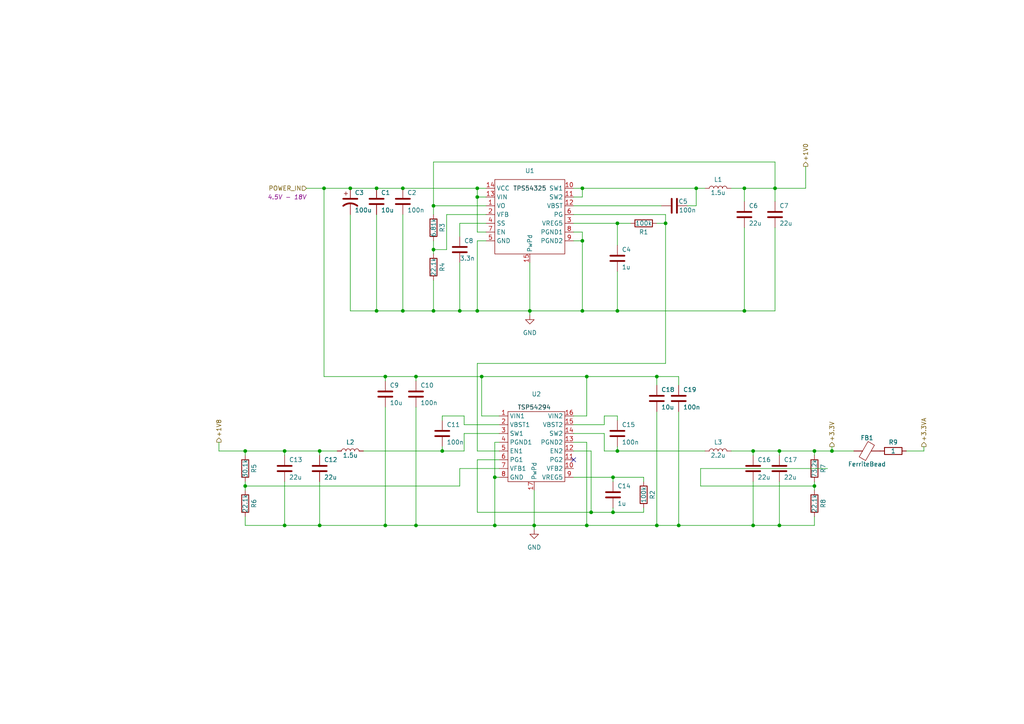
<source format=kicad_sch>
(kicad_sch (version 20230121) (generator eeschema)
  (paper "A4")
  (title_block (title "Power Supply Unit") (date "2023-09-11") (rev "0"))
  (lib_symbols
    (symbol "Device:C" (pin_numbers hide) (pin_names (offset 0.254))
      (property "Reference" "C" (at 0.635 2.54 0))
      (property "Value" "C" (at 0.635 -2.54 0))
      (symbol "C_0_1"
        (polyline (pts (xy -2.032 -0.762) (xy 2.032 -0.762)) (stroke (width 0.508)))
        (polyline (pts (xy -2.032 0.762) (xy 2.032 0.762)) (stroke (width 0.508)))
      )
      (symbol "C_1_1"
        (pin passive line (at 0 3.81 270) (length 2.794) (name "~") (number "1"))
        (pin passive line (at 0 -3.81 90) (length 2.794) (name "~") (number "2"))
      )
    )
    (symbol "Device:C_Polarized_US" (pin_numbers hide) (pin_names (offset 0.254) hide)
      (property "Reference" "C" (at 0.635 2.54 0))
      (property "Value" "C_Polarized_US" (at 0.635 -2.54 0))
      (symbol "C_Polarized_US_0_1"
        (polyline (pts (xy -2.032 0.762) (xy 2.032 0.762)) (stroke (width 0.508)))
        (polyline (pts (xy -1.778 2.286) (xy -0.762 2.286)))
        (polyline (pts (xy -1.27 1.778) (xy -1.27 2.794)))
        (arc (start 2.032 -1.27) (mid 0 -0.5572) (end -2.032 -1.27) (stroke (width 0.508)))
      )
      (symbol "C_Polarized_US_1_1"
        (pin passive line (at 0 3.81 270) (length 2.794) (name "~") (number "1"))
        (pin passive line (at 0 -3.81 90) (length 3.302) (name "~") (number "2"))
      )
    )
    (symbol "Device:FerriteBead" (pin_numbers hide) (pin_names (offset 0))
      (property "Reference" "FB" (at -3.81 0.635 90))
      (property "Value" "FerriteBead" (at 3.81 0 90))
      (symbol "FerriteBead_0_1"
        (polyline (pts (xy 0 -1.27) (xy 0 -1.2192)))
        (polyline (pts (xy 0 1.27) (xy 0 1.2954)))
        (polyline (pts (xy -2.7686 0.4064) (xy -1.7018 2.2606) (xy 2.7686 -0.3048) (xy 1.6764 -2.159) (xy -2.7686 0.4064)))
      )
      (symbol "FerriteBead_1_1"
        (pin passive line (at 0 3.81 270) (length 2.54) (name "~") (number "1"))
        (pin passive line (at 0 -3.81 90) (length 2.54) (name "~") (number "2"))
      )
    )
    (symbol "Device:L" (pin_numbers hide) (pin_names (offset 1.016) hide)
      (property "Reference" "L" (at -1.27 0 90))
      (property "Value" "L" (at 1.905 0 90))
      (symbol "L_0_1"
        (arc (start 0 -2.54) (mid 0.6323 -1.905) (end 0 -1.27))
        (arc (start 0 -1.27) (mid 0.6323 -0.635) (end 0 0))
        (arc (start 0 0) (mid 0.6323 0.635) (end 0 1.27))
        (arc (start 0 1.27) (mid 0.6323 1.905) (end 0 2.54))
      )
      (symbol "L_1_1"
        (pin passive line (at 0 3.81 270) (length 1.27) (name "1") (number "1"))
        (pin passive line (at 0 -3.81 90) (length 1.27) (name "2") (number "2"))
      )
    )
    (symbol "Device:R" (pin_numbers hide) (pin_names (offset 0))
      (property "Reference" "R" (at 2.032 0 90))
      (property "Value" "R" (at 0 0 90))
      (symbol "R_0_1"
        (rectangle (start -1.016 -2.54) (end 1.016 2.54) (stroke (width 0.254)))
      )
      (symbol "R_1_1"
        (pin passive line (at 0 3.81 270) (length 1.27) (name "~") (number "1"))
        (pin passive line (at 0 -3.81 90) (length 1.27) (name "~") (number "2"))
      )
    )
    (symbol "GuitarZero:TPS54294"
      (property "Reference" "U" (at 0 13.97 0))
      (symbol "TPS54294_0_1"
        (rectangle (start -7.62 10.16) (end 8.89 -10.16))
      )
      (symbol "TPS54294_1_1"
        (text "TSP54294" (at 0 11.43 0) (effects (font (size 1.27 1.27))))
        (pin power_in line (at -10.16 8.89 0) (length 2.54) (name "VIN1") (number "1"))
        (pin input line (at 11.43 -6.35 180) (length 2.54) (name "VFB2") (number "10"))
        (pin output line (at 11.43 -3.81 180) (length 2.54) (name "PG2") (number "11"))
        (pin input line (at 11.43 -1.27 180) (length 2.54) (name "EN2") (number "12"))
        (pin bidirectional line (at 11.43 1.27 180) (length 2.54) (name "PGND2") (number "13"))
        (pin bidirectional line (at 11.43 3.81 180) (length 2.54) (name "SW2") (number "14"))
        (pin input line (at 11.43 6.35 180) (length 2.54) (name "VBST2") (number "15"))
        (pin power_in line (at 11.43 8.89 180) (length 2.54) (name "VIN2") (number "16"))
        (pin passive line (at 0 -12.7 90) (length 2.54) (name "PwPd") (number "17"))
        (pin input line (at -10.16 6.35 0) (length 2.54) (name "VBST1") (number "2"))
        (pin bidirectional line (at -10.16 3.81 0) (length 2.54) (name "SW1") (number "3"))
        (pin bidirectional line (at -10.16 1.27 0) (length 2.54) (name "PGND1") (number "4"))
        (pin input line (at -10.16 -1.27 0) (length 2.54) (name "EN1") (number "5"))
        (pin output line (at -10.16 -3.81 0) (length 2.54) (name "PG1") (number "6"))
        (pin input line (at -10.16 -6.35 0) (length 2.54) (name "VFB1") (number "7"))
        (pin power_in line (at -10.16 -8.89 0) (length 2.54) (name "GND") (number "8"))
        (pin power_out line (at 11.43 -8.89 180) (length 2.54) (name "VREG5") (number "9"))
      )
    )
    (symbol "GuitarZero:TPS54325"
      (property "Reference" "U" (at 0 11.43 0))
      (symbol "TPS54325_0_1"
        (rectangle (start -10.16 10.16) (end 10.16 -11.43))
      )
      (symbol "TPS54325_1_1"
        (text "TPS54325" (at 0 7.62 0) (effects (font (size 1.27 1.27))))
        (pin input line (at -12.7 2.54 0) (length 2.54) (name "VO") (number "1"))
        (pin power_out line (at 12.7 7.62 180) (length 2.54) (name "SW1") (number "10"))
        (pin passive line (at 12.7 5.08 180) (length 2.54) (name "SW2") (number "11"))
        (pin output line (at 12.7 2.54 180) (length 2.54) (name "VBST") (number "12"))
        (pin power_in line (at -12.7 5.08 0) (length 2.54) (name "VIN") (number "13"))
        (pin power_in line (at -12.7 7.62 0) (length 2.54) (name "VCC") (number "14"))
        (pin passive line (at 0 -13.97 90) (length 2.54) (name "PwPd") (number "15"))
        (pin input line (at -12.7 0 0) (length 2.54) (name "VFB") (number "2"))
        (pin output line (at 12.7 -2.54 180) (length 2.54) (name "VREG5") (number "3"))
        (pin input line (at -12.7 -2.54 0) (length 2.54) (name "SS") (number "4"))
        (pin power_in line (at -12.7 -7.62 0) (length 2.54) (name "GND") (number "5"))
        (pin output line (at 12.7 0 180) (length 2.54) (name "PG") (number "6"))
        (pin power_in line (at -12.7 -5.08 0) (length 2.54) (name "EN") (number "7"))
        (pin passive line (at 12.7 -5.08 180) (length 2.54) (name "PGND1") (number "8"))
        (pin passive line (at 12.7 -7.62 180) (length 2.54) (name "PGND2") (number "9"))
      )
    )
    (symbol "power:GND" (power) (pin_names (offset 0))
      (property "Value" "GND" (at 0 -3.81 0))
      (symbol "GND_0_1"
        (polyline (pts (xy 0 0) (xy 0 -1.27) (xy 1.27 -1.27) (xy 0 -2.54) (xy -1.27 -1.27) (xy 0 -1.27)))
      )
      (symbol "GND_1_1"
        (pin power_in line (at 0 0 270) (length 0) hide (name "GND") (number "1"))
      )
    )
  )
  (junction (at 201.93 54.61))
  (junction (at 71.12 130.81))
  (junction (at 177.8 148.59))
  (junction (at 82.55 152.4))
  (junction (at 101.6 54.61))
  (junction (at 116.84 54.61))
  (junction (at 92.71 152.4))
  (junction (at 226.06 130.81))
  (junction (at 120.65 152.4))
  (junction (at 168.91 90.17))
  (junction (at 190.5 109.22))
  (junction (at 241.3 130.81))
  (junction (at 71.12 140.97))
  (junction (at 138.43 54.61))
  (junction (at 170.18 109.22))
  (junction (at 215.9 54.61))
  (junction (at 171.45 148.59))
  (junction (at 133.35 90.17))
  (junction (at 143.51 138.43))
  (junction (at 120.65 109.22))
  (junction (at 190.5 152.4))
  (junction (at 82.55 130.81))
  (junction (at 179.07 64.77))
  (junction (at 177.8 138.43))
  (junction (at 154.94 152.4))
  (junction (at 111.76 152.4))
  (junction (at 168.91 54.61))
  (junction (at 218.44 152.4))
  (junction (at 125.73 90.17))
  (junction (at 236.22 130.81))
  (junction (at 170.18 152.4))
  (junction (at 215.9 90.17))
  (junction (at 179.07 90.17))
  (junction (at 109.22 90.17))
  (junction (at 196.85 152.4))
  (junction (at 236.22 140.97))
  (junction (at 125.73 72.39))
  (junction (at 143.51 152.4))
  (junction (at 125.73 59.69))
  (junction (at 92.71 130.81))
  (junction (at 93.98 54.61))
  (junction (at 193.04 64.77))
  (junction (at 168.91 69.85))
  (junction (at 111.76 109.22))
  (junction (at 226.06 152.4))
  (junction (at 116.84 90.17))
  (junction (at 138.43 90.17))
  (junction (at 138.43 57.15))
  (junction (at 109.22 54.61))
  (junction (at 224.79 54.61))
  (junction (at 128.27 130.81))
  (junction (at 218.44 130.81))
  (junction (at 153.67 90.17))
  (junction (at 179.07 130.81))
  (junction (at 139.7 109.22))
  (no_connect (at 166.37 133.35))
  (wire (pts (xy 120.65 109.22) (xy 120.65 110.49)))
  (wire (pts (xy 168.91 67.31) (xy 168.91 69.85)))
  (wire (pts (xy 175.26 120.65) (xy 179.07 120.65)))
  (wire (pts (xy 134.62 120.65) (xy 128.27 120.65)))
  (wire (pts (xy 171.45 148.59) (xy 138.43 148.59)))
  (wire (pts (xy 109.22 90.17) (xy 101.6 90.17)))
  (wire (pts (xy 224.79 90.17) (xy 224.79 66.04)))
  (wire (pts (xy 140.97 64.77) (xy 133.35 64.77)))
  (wire (pts (xy 125.73 46.99) (xy 224.79 46.99)))
  (wire (pts (xy 128.27 130.81) (xy 128.27 129.54)))
  (wire (pts (xy 71.12 139.7) (xy 71.12 140.97)))
  (wire (pts (xy 129.54 72.39) (xy 125.73 72.39)))
  (wire (pts (xy 262.89 130.81) (xy 267.97 130.81)))
  (wire (pts (xy 166.37 69.85) (xy 168.91 69.85)))
  (wire (pts (xy 236.22 139.7) (xy 236.22 140.97)))
  (wire (pts (xy 120.65 118.11) (xy 120.65 152.4)))
  (wire (pts (xy 125.73 59.69) (xy 125.73 46.99)))
  (wire (pts (xy 138.43 57.15) (xy 140.97 57.15)))
  (wire (pts (xy 190.5 109.22) (xy 196.85 109.22)))
  (wire (pts (xy 120.65 152.4) (xy 143.51 152.4)))
  (wire (pts (xy 120.65 109.22) (xy 139.7 109.22)))
  (wire (pts (xy 133.35 140.97) (xy 133.35 135.89)))
  (wire (pts (xy 190.5 109.22) (xy 190.5 111.76)))
  (wire (pts (xy 215.9 54.61) (xy 224.79 54.61)))
  (wire (pts (xy 128.27 130.81) (xy 134.62 130.81)))
  (wire (pts (xy 218.44 130.81) (xy 218.44 132.08)))
  (wire (pts (xy 134.62 125.73) (xy 134.62 130.81)))
  (wire (pts (xy 190.5 152.4) (xy 196.85 152.4)))
  (wire (pts (xy 179.07 78.74) (xy 179.07 90.17)))
  (wire (pts (xy 88.9 54.61) (xy 93.98 54.61)))
  (wire (pts (xy 71.12 149.86) (xy 71.12 152.4)))
  (wire (pts (xy 153.67 90.17) (xy 168.91 90.17)))
  (wire (pts (xy 82.55 152.4) (xy 92.71 152.4)))
  (wire (pts (xy 201.93 54.61) (xy 201.93 59.69)))
  (wire (pts (xy 171.45 130.81) (xy 171.45 148.59)))
  (wire (pts (xy 138.43 67.31) (xy 140.97 67.31)))
  (wire (pts (xy 186.69 147.32) (xy 186.69 148.59)))
  (wire (pts (xy 125.73 90.17) (xy 116.84 90.17)))
  (wire (pts (xy 166.37 120.65) (xy 170.18 120.65)))
  (wire (pts (xy 196.85 152.4) (xy 218.44 152.4)))
  (wire (pts (xy 226.06 152.4) (xy 236.22 152.4)))
  (wire (pts (xy 186.69 138.43) (xy 186.69 139.7)))
  (wire (pts (xy 105.41 130.81) (xy 128.27 130.81)))
  (wire (pts (xy 71.12 140.97) (xy 71.12 142.24)))
  (wire (pts (xy 215.9 54.61) (xy 215.9 58.42)))
  (wire (pts (xy 236.22 130.81) (xy 241.3 130.81)))
  (wire (pts (xy 179.07 90.17) (xy 215.9 90.17)))
  (wire (pts (xy 71.12 130.81) (xy 82.55 130.81)))
  (wire (pts (xy 138.43 148.59) (xy 138.43 133.35)))
  (wire (pts (xy 168.91 90.17) (xy 179.07 90.17)))
  (wire (pts (xy 170.18 120.65) (xy 170.18 109.22)))
  (wire (pts (xy 170.18 128.27) (xy 170.18 152.4)))
  (wire (pts (xy 236.22 130.81) (xy 236.22 132.08)))
  (wire (pts (xy 224.79 54.61) (xy 224.79 58.42)))
  (wire (pts (xy 212.09 54.61) (xy 215.9 54.61)))
  (wire (pts (xy 133.35 135.89) (xy 144.78 135.89)))
  (wire (pts (xy 179.07 64.77) (xy 179.07 71.12)))
  (wire (pts (xy 179.07 64.77) (xy 182.88 64.77)))
  (wire (pts (xy 125.73 81.28) (xy 125.73 90.17)))
  (wire (pts (xy 218.44 130.81) (xy 226.06 130.81)))
  (wire (pts (xy 129.54 62.23) (xy 129.54 72.39)))
  (wire (pts (xy 133.35 76.2) (xy 133.35 90.17)))
  (wire (pts (xy 109.22 62.23) (xy 109.22 90.17)))
  (wire (pts (xy 166.37 57.15) (xy 168.91 57.15)))
  (wire (pts (xy 177.8 138.43) (xy 177.8 139.7)))
  (wire (pts (xy 236.22 140.97) (xy 236.22 142.24)))
  (wire (pts (xy 143.51 138.43) (xy 143.51 152.4)))
  (wire (pts (xy 144.78 128.27) (xy 143.51 128.27)))
  (wire (pts (xy 111.76 118.11) (xy 111.76 152.4)))
  (wire (pts (xy 170.18 152.4) (xy 190.5 152.4)))
  (wire (pts (xy 82.55 139.7) (xy 82.55 152.4)))
  (wire (pts (xy 109.22 54.61) (xy 116.84 54.61)))
  (wire (pts (xy 177.8 147.32) (xy 177.8 148.59)))
  (wire (pts (xy 241.3 129.54) (xy 241.3 130.81)))
  (wire (pts (xy 140.97 59.69) (xy 125.73 59.69)))
  (wire (pts (xy 201.93 59.69) (xy 199.39 59.69)))
  (wire (pts (xy 140.97 69.85) (xy 138.43 69.85)))
  (wire (pts (xy 226.06 130.81) (xy 236.22 130.81)))
  (wire (pts (xy 144.78 123.19) (xy 134.62 123.19)))
  (wire (pts (xy 190.5 119.38) (xy 190.5 152.4)))
  (wire (pts (xy 236.22 149.86) (xy 236.22 152.4)))
  (wire (pts (xy 166.37 67.31) (xy 168.91 67.31)))
  (wire (pts (xy 224.79 46.99) (xy 224.79 54.61)))
  (wire (pts (xy 92.71 130.81) (xy 97.79 130.81)))
  (wire (pts (xy 125.73 59.69) (xy 125.73 62.23)))
  (wire (pts (xy 138.43 57.15) (xy 138.43 67.31)))
  (wire (pts (xy 201.93 54.61) (xy 204.47 54.61)))
  (wire (pts (xy 166.37 64.77) (xy 179.07 64.77)))
  (wire (pts (xy 144.78 120.65) (xy 139.7 120.65)))
  (wire (pts (xy 92.71 130.81) (xy 92.71 132.08)))
  (wire (pts (xy 166.37 130.81) (xy 171.45 130.81)))
  (wire (pts (xy 154.94 142.24) (xy 154.94 152.4)))
  (wire (pts (xy 177.8 148.59) (xy 186.69 148.59)))
  (wire (pts (xy 153.67 91.44) (xy 153.67 90.17)))
  (wire (pts (xy 170.18 109.22) (xy 190.5 109.22)))
  (wire (pts (xy 166.37 138.43) (xy 177.8 138.43)))
  (wire (pts (xy 116.84 62.23) (xy 116.84 90.17)))
  (wire (pts (xy 125.73 72.39) (xy 125.73 73.66)))
  (wire (pts (xy 93.98 54.61) (xy 93.98 109.22)))
  (wire (pts (xy 116.84 90.17) (xy 109.22 90.17)))
  (wire (pts (xy 138.43 90.17) (xy 133.35 90.17)))
  (wire (pts (xy 166.37 54.61) (xy 168.91 54.61)))
  (wire (pts (xy 166.37 128.27) (xy 170.18 128.27)))
  (wire (pts (xy 111.76 109.22) (xy 120.65 109.22)))
  (wire (pts (xy 179.07 120.65) (xy 179.07 121.92)))
  (wire (pts (xy 139.7 109.22) (xy 170.18 109.22)))
  (wire (pts (xy 63.5 130.81) (xy 63.5 128.27)))
  (wire (pts (xy 82.55 130.81) (xy 82.55 132.08)))
  (wire (pts (xy 168.91 54.61) (xy 201.93 54.61)))
  (wire (pts (xy 125.73 69.85) (xy 125.73 72.39)))
  (wire (pts (xy 138.43 105.41) (xy 138.43 130.81)))
  (wire (pts (xy 166.37 62.23) (xy 193.04 62.23)))
  (wire (pts (xy 101.6 90.17) (xy 101.6 62.23)))
  (wire (pts (xy 226.06 139.7) (xy 226.06 152.4)))
  (wire (pts (xy 203.2 140.97) (xy 203.2 135.89)))
  (wire (pts (xy 166.37 123.19) (xy 175.26 123.19)))
  (wire (pts (xy 63.5 130.81) (xy 71.12 130.81)))
  (wire (pts (xy 218.44 152.4) (xy 226.06 152.4)))
  (wire (pts (xy 71.12 152.4) (xy 82.55 152.4)))
  (wire (pts (xy 138.43 130.81) (xy 144.78 130.81)))
  (wire (pts (xy 92.71 139.7) (xy 92.71 152.4)))
  (wire (pts (xy 93.98 109.22) (xy 111.76 109.22)))
  (wire (pts (xy 267.97 129.54) (xy 267.97 130.81)))
  (wire (pts (xy 166.37 125.73) (xy 175.26 125.73)))
  (wire (pts (xy 175.26 130.81) (xy 179.07 130.81)))
  (wire (pts (xy 179.07 130.81) (xy 204.47 130.81)))
  (wire (pts (xy 226.06 130.81) (xy 226.06 132.08)))
  (wire (pts (xy 128.27 120.65) (xy 128.27 121.92)))
  (wire (pts (xy 154.94 153.67) (xy 154.94 152.4)))
  (wire (pts (xy 212.09 130.81) (xy 218.44 130.81)))
  (wire (pts (xy 168.91 69.85) (xy 168.91 90.17)))
  (wire (pts (xy 101.6 54.61) (xy 109.22 54.61)))
  (wire (pts (xy 241.3 130.81) (xy 247.65 130.81)))
  (wire (pts (xy 71.12 130.81) (xy 71.12 132.08)))
  (wire (pts (xy 144.78 125.73) (xy 134.62 125.73)))
  (wire (pts (xy 233.68 48.26) (xy 233.68 54.61)))
  (wire (pts (xy 193.04 105.41) (xy 138.43 105.41)))
  (wire (pts (xy 154.94 152.4) (xy 170.18 152.4)))
  (wire (pts (xy 190.5 64.77) (xy 193.04 64.77)))
  (wire (pts (xy 138.43 133.35) (xy 144.78 133.35)))
  (wire (pts (xy 92.71 152.4) (xy 111.76 152.4)))
  (wire (pts (xy 218.44 139.7) (xy 218.44 152.4)))
  (wire (pts (xy 111.76 152.4) (xy 120.65 152.4)))
  (wire (pts (xy 179.07 130.81) (xy 179.07 129.54)))
  (wire (pts (xy 236.22 140.97) (xy 203.2 140.97)))
  (wire (pts (xy 203.2 135.89) (xy 240.03 135.89)))
  (wire (pts (xy 193.04 62.23) (xy 193.04 64.77)))
  (wire (pts (xy 139.7 120.65) (xy 139.7 109.22)))
  (wire (pts (xy 140.97 62.23) (xy 129.54 62.23)))
  (wire (pts (xy 153.67 76.2) (xy 153.67 90.17)))
  (wire (pts (xy 143.51 152.4) (xy 154.94 152.4)))
  (wire (pts (xy 215.9 66.04) (xy 215.9 90.17)))
  (wire (pts (xy 133.35 64.77) (xy 133.35 68.58)))
  (wire (pts (xy 116.84 54.61) (xy 138.43 54.61)))
  (wire (pts (xy 175.26 125.73) (xy 175.26 130.81)))
  (wire (pts (xy 215.9 90.17) (xy 224.79 90.17)))
  (wire (pts (xy 171.45 148.59) (xy 177.8 148.59)))
  (wire (pts (xy 166.37 59.69) (xy 191.77 59.69)))
  (wire (pts (xy 224.79 54.61) (xy 233.68 54.61)))
  (wire (pts (xy 82.55 130.81) (xy 92.71 130.81)))
  (wire (pts (xy 93.98 54.61) (xy 101.6 54.61)))
  (wire (pts (xy 111.76 109.22) (xy 111.76 110.49)))
  (wire (pts (xy 138.43 69.85) (xy 138.43 90.17)))
  (wire (pts (xy 193.04 64.77) (xy 193.04 105.41)))
  (wire (pts (xy 134.62 123.19) (xy 134.62 120.65)))
  (wire (pts (xy 133.35 90.17) (xy 125.73 90.17)))
  (wire (pts (xy 153.67 90.17) (xy 138.43 90.17)))
  (wire (pts (xy 138.43 54.61) (xy 138.43 57.15)))
  (wire (pts (xy 196.85 109.22) (xy 196.85 111.76)))
  (wire (pts (xy 196.85 119.38) (xy 196.85 152.4)))
  (wire (pts (xy 168.91 57.15) (xy 168.91 54.61)))
  (wire (pts (xy 177.8 138.43) (xy 186.69 138.43)))
  (wire (pts (xy 175.26 123.19) (xy 175.26 120.65)))
  (wire (pts (xy 138.43 54.61) (xy 140.97 54.61)))
  (wire (pts (xy 143.51 128.27) (xy 143.51 138.43)))
  (wire (pts (xy 144.78 138.43) (xy 143.51 138.43)))
  (wire (pts (xy 71.12 140.97) (xy 133.35 140.97)))
  (hierarchical_label "+3.3V" (shape output) (at 241.3 129.54 90))
  (hierarchical_label "+1V8" (shape output) (at 63.5 128.27 90))
  (hierarchical_label "POWER_IN" (shape input) (at 88.9 54.61 180) (property "Range" "4.5V - 18V" (at 88.9 57.15 0) (effects (font italic) (justify right))))
  (hierarchical_label "+3.3VA" (shape output) (at 267.97 129.54 90))
  (hierarchical_label "+1V0" (shape output) (at 233.68 48.26 90))
  (symbol (lib_id "Device:L") (at 101.6 130.81 90) (unit 1)
    (property "Reference" "L2" (at 101.6 128.27 90))
    (property "Value" "1.5u" (at 101.6 132.08 90))
    (property "Footprint" "Inductor_SMD:L_0805_2012Metric" (effects hide))
  )
  (symbol (lib_id "Device:C") (at 179.07 125.73 0) (unit 1)
    (property "Reference" "C15" (at 180.34 123.19 0) (effects (justify left)))
    (property "Value" "100n" (at 180.34 128.27 0) (effects (justify left)))
    (property "Footprint" "Capacitor_SMD:C_0805_2012Metric" (effects hide))
  )
  (symbol (lib_id "Device:R") (at 236.22 146.05 180) (unit 1)
    (property "Reference" "R8" (at 238.76 146.05 90))
    (property "Value" "22.1k" (at 236.22 146.05 90))
    (property "Footprint" "Resistor_SMD:R_0805_2012Metric" (effects hide))
  )
  (symbol (lib_id "Device:C") (at 92.71 135.89 0) (unit 1)
    (property "Reference" "C12" (at 93.98 133.35 0) (effects (justify left)))
    (property "Value" "22u" (at 93.98 138.43 0) (effects (justify left)))
    (property "Footprint" "Capacitor_SMD:C_0805_2012Metric" (effects hide))
  )
  (symbol (lib_id "Device:C") (at 215.9 62.23 0) (unit 1)
    (property "Reference" "C6" (at 217.17 59.69 0) (effects (justify left)))
    (property "Value" "22u" (at 217.17 64.77 0) (effects (justify left)))
    (property "Footprint" "Capacitor_SMD:C_0805_2012Metric" (effects hide))
  )
  (symbol (lib_id "Device:C") (at 226.06 135.89 0) (unit 1)
    (property "Reference" "C17" (at 227.33 133.35 0) (effects (justify left)))
    (property "Value" "22u" (at 227.33 138.43 0) (effects (justify left)))
    (property "Footprint" "Capacitor_SMD:C_0805_2012Metric" (effects hide))
  )
  (symbol (lib_id "Device:C") (at 133.35 72.39 0) (unit 1)
    (property "Reference" "C8" (at 134.62 69.85 0) (effects (justify left)))
    (property "Value" "3.3n" (at 133.35 74.93 0) (effects (justify left)))
    (property "Footprint" "Capacitor_SMD:C_0805_2012Metric" (effects hide))
  )
  (symbol (lib_id "Device:C") (at 190.5 115.57 0) (unit 1)
    (property "Reference" "C18" (at 191.77 113.03 0) (effects (justify left)))
    (property "Value" "10u" (at 191.77 118.11 0) (effects (justify left)))
    (property "Footprint" "Capacitor_SMD:C_0805_2012Metric" (effects hide))
  )
  (symbol (lib_id "Device:R") (at 236.22 135.89 180) (unit 1)
    (property "Reference" "R7" (at 238.76 135.89 90))
    (property "Value" "73.2k" (at 236.22 135.89 90))
    (property "Footprint" "Resistor_SMD:R_0805_2012Metric" (effects hide))
  )
  (symbol (lib_id "Device:C") (at 179.07 74.93 0) (unit 1)
    (property "Reference" "C4" (at 180.34 72.39 0) (effects (justify left)))
    (property "Value" "1u" (at 180.34 77.47 0) (effects (justify left)))
    (property "Footprint" "Capacitor_SMD:C_0805_2012Metric" (effects hide))
  )
  (symbol (lib_id "Device:R") (at 125.73 77.47 180) (unit 1)
    (property "Reference" "R4" (at 128.27 77.47 90))
    (property "Value" "22.1k" (at 125.73 77.47 90))
    (property "Footprint" "Resistor_SMD:R_0805_2012Metric" (effects hide))
  )
  (symbol (lib_id "Device:C") (at 116.84 58.42 0) (unit 1)
    (property "Reference" "C2" (at 118.11 55.88 0) (effects (justify left)))
    (property "Value" "100n" (at 118.11 60.96 0) (effects (justify left)))
    (property "Footprint" "Capacitor_SMD:C_0805_2012Metric" (effects hide))
  )
  (symbol (lib_id "power:GND") (at 153.67 91.44 0) (unit 1)
    (property "Reference" "#PWR01" (effects hide))
    (property "Value" "GND" (at 153.67 96.52 0))
  )
  (symbol (lib_id "Device:C") (at 111.76 114.3 0) (unit 1)
    (property "Reference" "C9" (at 113.03 111.76 0) (effects (justify left)))
    (property "Value" "10u" (at 113.03 116.84 0) (effects (justify left)))
    (property "Footprint" "Capacitor_SMD:C_0805_2012Metric" (effects hide))
  )
  (symbol (lib_id "Device:C") (at 128.27 125.73 0) (unit 1)
    (property "Reference" "C11" (at 129.54 123.19 0) (effects (justify left)))
    (property "Value" "100n" (at 129.54 128.27 0) (effects (justify left)))
    (property "Footprint" "Capacitor_SMD:C_0805_2012Metric" (effects hide))
  )
  (symbol (lib_id "Device:L") (at 208.28 54.61 90) (unit 1)
    (property "Reference" "L1" (at 208.28 52.07 90))
    (property "Value" "1.5u" (at 208.28 55.88 90))
    (property "Footprint" "Inductor_SMD:L_0805_2012Metric" (effects hide))
  )
  (symbol (lib_id "power:GND") (at 154.94 153.67 0) (unit 1)
    (property "Reference" "#PWR02" (effects hide))
    (property "Value" "GND" (at 154.94 158.75 0))
  )
  (symbol (lib_id "GuitarZero:TPS54294") (at 154.94 129.54 0) (unit 1)
    (property "Reference" "U2" (at 155.575 114.3 0))
    (property "Value" "TSP54294" (at 154.94 118.11 0))
    (property "Footprint" "Package_SO:HTSSOP-16-1EP_4.4x5mm_P0.65mm_EP3x3mm" (effects hide))
  )
  (symbol (lib_id "Device:C") (at 218.44 135.89 0) (unit 1)
    (property "Reference" "C16" (at 219.71 133.35 0) (effects (justify left)))
    (property "Value" "22u" (at 219.71 138.43 0) (effects (justify left)))
    (property "Footprint" "Capacitor_SMD:C_0805_2012Metric" (effects hide))
  )
  (symbol (lib_id "Device:R") (at 186.69 64.77 90) (unit 1)
    (property "Reference" "R1" (at 186.69 67.31 90))
    (property "Value" "100k" (at 186.69 64.77 90))
    (property "Footprint" "Resistor_SMD:R_0805_2012Metric" (effects hide))
  )
  (symbol (lib_id "Device:C") (at 120.65 114.3 0) (unit 1)
    (property "Reference" "C10" (at 121.92 111.76 0) (effects (justify left)))
    (property "Value" "100n" (at 121.92 116.84 0) (effects (justify left)))
    (property "Footprint" "Capacitor_SMD:C_0805_2012Metric" (effects hide))
  )
  (symbol (lib_id "Device:C") (at 177.8 143.51 0) (unit 1)
    (property "Reference" "C14" (at 179.07 140.97 0) (effects (justify left)))
    (property "Value" "1u" (at 179.07 146.05 0) (effects (justify left)))
    (property "Footprint" "Capacitor_SMD:C_0805_2012Metric" (effects hide))
  )
  (symbol (lib_id "GuitarZero:TPS54325") (at 153.67 62.23 0) (unit 1)
    (property "Reference" "U1" (at 153.67 49.53 0))
    (property "Value" "TPS54325" (at 153.67 54.61 0))
    (property "Footprint" "Package_SO:TSSOP-14-1EP_4.4x5mm_P0.65mm" (effects hide))
  )
  (symbol (lib_id "Device:R") (at 71.12 146.05 180) (unit 1)
    (property "Reference" "R6" (at 73.66 146.05 90))
    (property "Value" "22.1k" (at 71.12 146.05 90))
    (property "Footprint" "Resistor_SMD:R_0805_2012Metric" (effects hide))
  )
  (symbol (lib_id "Device:C_Polarized_US") (at 101.6 58.42 0) (unit 1)
    (property "Reference" "C3" (at 102.87 55.88 0) (effects (justify left)))
    (property "Value" "100u" (at 102.87 60.96 0) (effects (justify left)))
    (property "Footprint" "Capacitor_SMD:C_0805_2012Metric" (effects hide))
  )
  (symbol (lib_id "Device:C") (at 196.85 115.57 0) (unit 1)
    (property "Reference" "C19" (at 198.12 113.03 0) (effects (justify left)))
    (property "Value" "100n" (at 198.12 118.11 0) (effects (justify left)))
    (property "Footprint" "Capacitor_SMD:C_0805_2012Metric" (effects hide))
  )
  (symbol (lib_id "Device:L") (at 208.28 130.81 90) (unit 1)
    (property "Reference" "L3" (at 208.28 128.27 90))
    (property "Value" "2.2u" (at 208.28 132.08 90))
    (property "Footprint" "Inductor_SMD:L_0805_2012Metric" (effects hide))
  )
  (symbol (lib_id "Device:C") (at 224.79 62.23 0) (unit 1)
    (property "Reference" "C7" (at 226.06 59.69 0) (effects (justify left)))
    (property "Value" "22u" (at 226.06 64.77 0) (effects (justify left)))
    (property "Footprint" "Capacitor_SMD:C_0805_2012Metric" (effects hide))
  )
  (symbol (lib_id "Device:R") (at 259.08 130.81 270) (unit 1)
    (property "Reference" "R9" (at 259.08 128.27 90))
    (property "Value" "1" (at 259.08 130.81 90))
    (property "Footprint" "Resistor_SMD:R_0805_2012Metric" (effects hide))
  )
  (symbol (lib_id "Device:FerriteBead") (at 251.46 130.81 90) (unit 1)
    (property "Reference" "FB1" (at 251.46 127 90))
    (property "Value" "FerriteBead" (at 251.46 134.62 90))
    (property "Footprint" "Inductor_SMD:L_0603_1608Metric" (effects hide))
  )
  (symbol (lib_id "Device:C") (at 195.58 59.69 270) (unit 1)
    (property "Reference" "C5" (at 198.12 58.42 90))
    (property "Value" "100n" (at 199.39 60.96 90))
    (property "Footprint" "Capacitor_SMD:C_0805_2012Metric" (effects hide))
  )
  (symbol (lib_id "Device:R") (at 186.69 143.51 180) (unit 1)
    (property "Reference" "R2" (at 189.23 143.51 90))
    (property "Value" "100k" (at 186.69 143.51 90))
    (property "Footprint" "Resistor_SMD:R_0805_2012Metric" (effects hide))
  )
  (symbol (lib_id "Device:R") (at 71.12 135.89 180) (unit 1)
    (property "Reference" "R5" (at 73.66 135.89 90))
    (property "Value" "30.1k" (at 71.12 135.89 90))
    (property "Footprint" "Resistor_SMD:R_0805_2012Metric" (effects hide))
  )
  (symbol (lib_id "Device:R") (at 125.73 66.04 180) (unit 1)
    (property "Reference" "R3" (at 128.27 66.04 90))
    (property "Value" "6.81k" (at 125.73 66.04 90))
    (property "Footprint" "Resistor_SMD:R_0805_2012Metric" (effects hide))
  )
  (symbol (lib_id "Device:C") (at 109.22 58.42 0) (unit 1)
    (property "Reference" "C1" (at 110.49 55.88 0) (effects (justify left)))
    (property "Value" "10u" (at 110.49 60.96 0) (effects (justify left)))
    (property "Footprint" "Capacitor_SMD:C_0805_2012Metric" (effects hide))
  )
  (symbol (lib_id "Device:C") (at 82.55 135.89 0) (unit 1)
    (property "Reference" "C13" (at 83.82 133.35 0) (effects (justify left)))
    (property "Value" "22u" (at 83.82 138.43 0) (effects (justify left)))
    (property "Footprint" "Capacitor_SMD:C_0805_2012Metric" (effects hide))
  )
)
</source>
